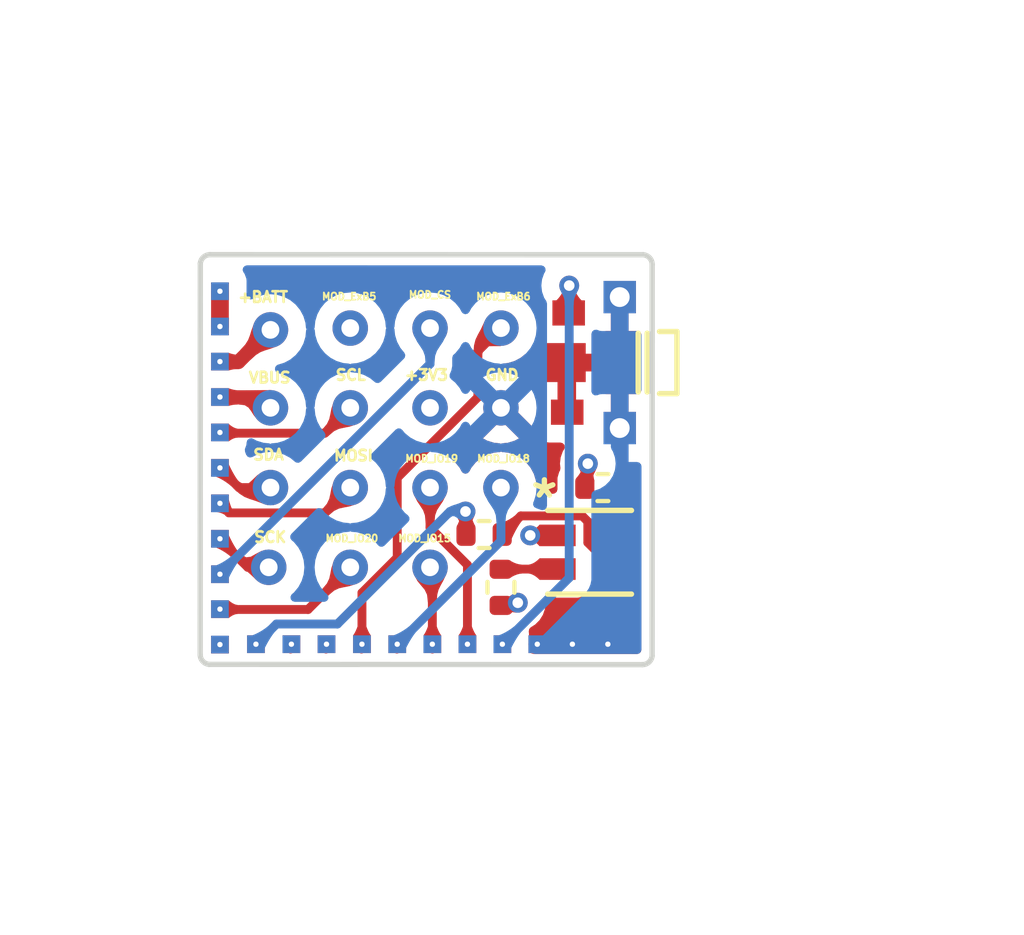
<source format=kicad_pcb>
(kicad_pcb (version 20240108) (generator "pcbnew") (generator_version "8.0")
  (layers (0 "F.Cu" signal) (1 "In1.Cu" signal) (2 "In2.Cu" signal) (31 "B.Cu" signal) (34 "B.Paste" user) (35 "F.Paste" user) (36 "B.SilkS" user "B.Silkscreen") (37 "F.SilkS" user "F.Silkscreen") (38 "B.Mask" user) (39 "F.Mask" user) (44 "Edge.Cuts" user))
  (net 0 "")
  (net 1 "GND")
  (net 2 "+BATT")
  (net 3 "+3V3")
  (net 4 "VBUS")
  (net 5 "SCL")
  (net 6 "SDA")
  (net 7 "MOD_CS")
  (net 8 "SCK")
  (net 9 "MOSI")
  (net 10 "MOD_IO19")
  (net 11 "MOD_IO18")
  (net 12 "MOD_IO15")
  (net 13 "MOD_IO20")
  (net 14 "MOD_ExB2")
  (net 15 "MOD_ExB3")
  (net 16 "MOD_ExB4")
  (net 17 "MOD_ExB5")
  (net 18 "MOD_ExB6")
  (net 19 "BTN_4")
  (net 20 "Net-(LED1-Pad3)")
  (net 21 "Net-(LED1-Pad2)")
  (net 22 "Net-(LED1-Pad4)")
  (footprint "Yatchy:TestPoint_THTPad_D1.0mm_Drill0.5mm" (layer "F.Cu") (at 146.5 94.41 90)
    (property "Reference" "TP6" (hide yes))
    (property "Value" "TestPoint")
    (pad "1" thru_hole circle (at 0 0 90) (size 1 1) (drill 0.5) (layers "*.Cu" "*.Mask") (net 6 "SDA"))
  )
  (footprint "Yatchy:R_0402_1005Metric" (layer "F.Cu") (at 152.525 95.735 180)
    (property "Reference" "R2" (hide yes))
    (property "Value" "330")
    (fp_line (start -0.153641 0.38) (end 0.153641 0.38) (stroke (width 0.12)) (layer "F.SilkS"))
    (fp_line (start -0.153641 -0.38) (end 0.153641 -0.38) (stroke (width 0.12)) (layer "F.SilkS"))
    (pad "1" smd roundrect (at -0.51 0 180) (size 0.54 0.64) (layers "F.Cu" "F.Paste" "F.Mask") (net 20 "Net-(LED1-Pad3)"))
    (pad "2" smd roundrect (at 0.51 0 180) (size 0.54 0.64) (layers "F.Cu" "F.Paste" "F.Mask") (net 15 "MOD_ExB3"))
  )
  (footprint "Yatchy:TestPoint_THTPad_D1.0mm_Drill0.5mm" (layer "F.Cu") (at 148.75 94.41 90)
    (property "Reference" "TP9" (hide yes))
    (property "Value" "TestPoint")
    (pad "1" thru_hole circle (at 0 0 90) (size 1 1) (drill 0.5) (layers "*.Cu" "*.Mask") (net 9 "MOSI"))
  )
  (footprint "Yatchy:TestPoint_THTPad_D1.0mm_Drill0.5mm" (layer "F.Cu") (at 151 94.41 90)
    (property "Reference" "TP11" (hide yes))
    (property "Value" "TestPoint")
    (pad "1" thru_hole circle (at 0 0 90) (size 1 1) (drill 0.5) (layers "*.Cu" "*.Mask") (net 10 "MOD_IO19"))
  )
  (footprint "Yatchy:mod_Connector" (layer "F.Cu") (at 154.015 98.829999 90)
    (property "Reference" "J3" (hide yes))
    (property "Value" "MOD_CONN")
    (pad "1" thru_hole rect (at 0 0.01 90) (size 0.5 0.5) (drill 0.15) (layers "*.Cu" "*.Mask") (net 1 "GND"))
  )
  (footprint "Yatchy:TestPoint_THTPad_D1.0mm_Drill0.5mm" (layer "F.Cu") (at 146.45 96.66 90)
    (property "Reference" "TP8" (hide yes))
    (property "Value" "TestPoint")
    (pad "1" thru_hole circle (at 0 0 90) (size 1 1) (drill 0.5) (layers "*.Cu" "*.Mask") (net 8 "SCK"))
  )
  (footprint "Yatchy:mod_Connector" (layer "F.Cu") (at 155.025 98.829999 -90)
    (property "Reference" "J1" (hide yes))
    (property "Value" "MOD_CONN")
    (pad "1" thru_hole rect (at 0 0.01 270) (size 0.5 0.5) (drill 0.15) (layers "*.Cu" "*.Mask") (net 1 "GND"))
  )
  (footprint "Yatchy:mod_Connector" (layer "F.Cu") (at 145.075 89.854999)
    (property "Reference" "J5" (hide yes))
    (property "Value" "MOD_CONN")
    (pad "1" thru_hole rect (at 0 0.01) (size 0.5 0.5) (drill 0.15) (layers "*.Cu" "*.Mask") (net 3 "+3V3"))
  )
  (footprint "Yatchy:mod_Connector" (layer "F.Cu") (at 148.09 98.829999 -90)
    (property "Reference" "J20" (hide yes))
    (property "Value" "MOD_CONN")
    (pad "1" thru_hole rect (at 0 0.01 270) (size 0.5 0.5) (drill 0.15) (layers "*.Cu" "*.Mask") (net 17 "MOD_ExB5"))
  )
  (footprint "Yatchy:mod_Connector" (layer "F.Cu") (at 145.075 94.844999)
    (property "Reference" "J12" (hide yes))
    (property "Value" "MOD_CONN")
    (pad "1" thru_hole rect (at 0 0.01) (size 0.5 0.5) (drill 0.15) (layers "*.Cu" "*.Mask") (net 9 "MOSI"))
  )
  (footprint "Yatchy:mod_Connector" (layer "F.Cu") (at 145.075 91.844999)
    (property "Reference" "J7" (hide yes))
    (property "Value" "MOD_CONN")
    (pad "1" thru_hole rect (at 0 0.01) (size 0.5 0.5) (drill 0.15) (layers "*.Cu" "*.Mask") (net 4 "VBUS"))
  )
  (footprint "Yatchy:TestPoint_THTPad_D1.0mm_Drill0.5mm" (layer "F.Cu") (at 148.75 89.91 90)
    (property "Reference" "TP14" (hide yes))
    (property "Value" "TestPoint")
    (pad "1" thru_hole circle (at 0 0 90) (size 1 1) (drill 0.5) (layers "*.Cu" "*.Mask") (net 17 "MOD_ExB5"))
  )
  (footprint "Yatchy:mod_Connector" (layer "F.Cu") (at 145.075 93.844999)
    (property "Reference" "J9" (hide yes))
    (property "Value" "MOD_CONN")
    (pad "1" thru_hole rect (at 0 0.01) (size 0.5 0.5) (drill 0.15) (layers "*.Cu" "*.Mask") (net 6 "SDA"))
  )
  (footprint "Yatchy:R_0402_1005Metric" (layer "F.Cu") (at 153 97.225 -90)
    (property "Reference" "R1" (hide yes))
    (property "Value" "330")
    (fp_line (start -0.153641 0.38) (end 0.153641 0.38) (stroke (width 0.12)) (layer "F.SilkS"))
    (fp_line (start -0.153641 -0.38) (end 0.153641 -0.38) (stroke (width 0.12)) (layer "F.SilkS"))
    (pad "1" smd roundrect (at -0.51 0 270) (size 0.54 0.64) (layers "F.Cu" "F.Paste" "F.Mask") (net 22 "Net-(LED1-Pad4)"))
    (pad "2" smd roundrect (at 0.51 0 270) (size 0.54 0.64) (layers "F.Cu" "F.Paste" "F.Mask") (net 16 "MOD_ExB4"))
  )
  (footprint "Yatchy:mod_Connector" (layer "F.Cu") (at 149.09 98.829999 -90)
    (property "Reference" "J21" (hide yes))
    (property "Value" "MOD_CONN")
    (pad "1" thru_hole rect (at 0 0.01 270) (size 0.5 0.5) (drill 0.15) (layers "*.Cu" "*.Mask") (net 18 "MOD_ExB6"))
  )
  (footprint "Yatchy:CLMVC-FKA-CL1D1L71BB7C3C3_CRE" (layer "F.Cu") (at 155.5 96.235)
    (property "Reference" "LED1" (hide yes))
    (property "Value" "CLMVC-FKA-CL1D1L71BB7C3C3")
    (fp_line (start -1.1811 1.1811) (end 1.1811 1.1811) (stroke (width 0.1524)) (layer "F.SilkS"))
    (fp_line (start 1.1811 -1.1811) (end -1.1811 -1.1811) (stroke (width 0.1524)) (layer "F.SilkS"))
    (fp_text user "*" (at -1.275 -1.5 0) (layer "F.SilkS"))
    (pad "1" smd rect (at -0.9017 -0.475) (size 1.016 0.6096) (layers "F.Cu" "F.Paste" "F.Mask") (net 3 "+3V3"))
    (pad "2" smd rect (at 0.9017 -0.475) (size 1.016 0.6096) (layers "F.Cu" "F.Paste" "F.Mask") (net 21 "Net-(LED1-Pad2)"))
    (pad "3" smd rect (at 0.9017 0.475) (size 1.016 0.6096) (layers "F.Cu" "F.Paste" "F.Mask") (net 20 "Net-(LED1-Pad3)"))
    (pad "4" smd rect (at -0.9017 0.475) (size 1.016 0.6096) (layers "F.Cu" "F.Paste" "F.Mask") (net 22 "Net-(LED1-Pad4)"))
  )
  (footprint "Yatchy:R_0402_1005Metric" (layer "F.Cu") (at 155.875 94.41 180)
    (property "Reference" "R3" (hide yes))
    (property "Value" "330")
    (fp_line (start -0.153641 0.38) (end 0.153641 0.38) (stroke (width 0.12)) (layer "F.SilkS"))
    (fp_line (start -0.153641 -0.38) (end 0.153641 -0.38) (stroke (width 0.12)) (layer "F.SilkS"))
    (pad "1" smd roundrect (at -0.51 0 180) (size 0.54 0.64) (layers "F.Cu" "F.Paste" "F.Mask") (net 21 "Net-(LED1-Pad2)"))
    (pad "2" smd roundrect (at 0.51 0 180) (size 0.54 0.64) (layers "F.Cu" "F.Paste" "F.Mask") (net 14 "MOD_ExB2"))
  )
  (footprint "Yatchy:mod_Connector" (layer "F.Cu") (at 145.075 98.829999)
    (property "Reference" "J17" (hide yes))
    (property "Value" "MOD_CONN")
    (pad "1" thru_hole rect (at 0 0.01) (size 0.5 0.5) (drill 0.15) (layers "*.Cu" "*.Mask") (net 14 "MOD_ExB2"))
  )
  (footprint "Yatchy:mod_Connector" (layer "F.Cu") (at 153.03 98.829999 90)
    (property "Reference" "J22" (hide yes))
    (property "Value" "MOD_CONN")
    (pad "1" thru_hole rect (at 0 0.01 90) (size 0.5 0.5) (drill 0.15) (layers "*.Cu" "*.Mask") (net 19 "BTN_4"))
  )
  (footprint "Yatchy:TestPoint_THTPad_D1.0mm_Drill0.5mm" (layer "F.Cu") (at 153 92.16)
    (property "Reference" "TP1" (hide yes))
    (property "Value" "TestPoint")
    (pad "1" thru_hole circle (at 0 0) (size 1 1) (drill 0.5) (layers "*.Cu" "*.Mask") (net 1 "GND"))
  )
  (footprint "Yatchy:TestPoint_THTPad_D1.0mm_Drill0.5mm" (layer "F.Cu") (at 148.75 92.16 90)
    (property "Reference" "TP5" (hide yes))
    (property "Value" "TestPoint")
    (pad "1" thru_hole circle (at 0 0 90) (size 1 1) (drill 0.5) (layers "*.Cu" "*.Mask") (net 5 "SCL"))
  )
  (footprint "Yatchy:mod_Connector" (layer "F.Cu") (at 147.1 98.829999 -90)
    (property "Reference" "J19" (hide yes))
    (property "Value" "MOD_CONN")
    (pad "1" thru_hole rect (at 0 0.01 270) (size 0.5 0.5) (drill 0.15) (layers "*.Cu" "*.Mask") (net 16 "MOD_ExB4"))
  )
  (footprint "Yatchy:TestPoint_THTPad_D1.0mm_Drill0.5mm" (layer "F.Cu") (at 151 89.91 90)
    (property "Reference" "TP7" (hide yes))
    (property "Value" "TestPoint")
    (pad "1" thru_hole circle (at 0 0 90) (size 1 1) (drill 0.5) (layers "*.Cu" "*.Mask") (net 7 "MOD_CS"))
  )
  (footprint "Yatchy:TestPoint_THTPad_D1.0mm_Drill0.5mm" (layer "F.Cu") (at 153 89.91 90)
    (property "Reference" "TP15" (hide yes))
    (property "Value" "TestPoint")
    (pad "1" thru_hole circle (at 0 0 90) (size 1 1) (drill 0.5) (layers "*.Cu" "*.Mask") (net 18 "MOD_ExB6"))
  )
  (footprint "Yatchy:mod_Connector" (layer "F.Cu") (at 145.075 88.879999 180)
    (property "Reference" "J6" (hide yes))
    (property "Value" "MOD_CONN")
    (pad "1" thru_hole rect (at 0 0.01 180) (size 0.5 0.5) (drill 0.15) (layers "*.Cu" "*.Mask") (net 3 "+3V3"))
  )
  (footprint "Yatchy:mod_Connector" (layer "F.Cu") (at 145.075 95.844999)
    (property "Reference" "J11" (hide yes))
    (property "Value" "MOD_CONN")
    (pad "1" thru_hole rect (at 0 0.01) (size 0.5 0.5) (drill 0.15) (layers "*.Cu" "*.Mask") (net 8 "SCK"))
  )
  (footprint "Yatchy:mod_Connector" (layer "F.Cu") (at 156.025 98.829999 -90)
    (property "Reference" "J2" (hide yes))
    (property "Value" "MOD_CONN")
    (pad "1" thru_hole rect (at 0 0.01 270) (size 0.5 0.5) (drill 0.15) (layers "*.Cu" "*.Mask") (net 1 "GND"))
  )
  (footprint "Yatchy:TestPoint_THTPad_D1.0mm_Drill0.5mm" (layer "F.Cu") (at 146.5 92.16 90)
    (property "Reference" "TP4" (hide yes))
    (property "Value" "TestPoint")
    (pad "1" thru_hole circle (at 0 0 90) (size 1 1) (drill 0.5) (layers "*.Cu" "*.Mask") (net 4 "VBUS"))
  )
  (footprint "Yatchy:mod_Connector" (layer "F.Cu") (at 146.08 98.829999 90)
    (property "Reference" "J18" (hide yes))
    (property "Value" "MOD_CONN")
    (pad "1" thru_hole rect (at 0 0.01 90) (size 0.5 0.5) (drill 0.15) (layers "*.Cu" "*.Mask") (net 15 "MOD_ExB3"))
  )
  (footprint "Yatchy:mod_Connector" (layer "F.Cu") (at 145.075 92.844999)
    (property "Reference" "J8" (hide yes))
    (property "Value" "MOD_CONN")
    (pad "1" thru_hole rect (at 0 0.01) (size 0.5 0.5) (drill 0.15) (layers "*.Cu" "*.Mask") (net 5 "SCL"))
  )
  (footprint "Yatchy:TestPoint_THTPad_D1.0mm_Drill0.5mm" (layer "F.Cu") (at 146.5 89.96)
    (property "Reference" "TP2" (hide yes))
    (property "Value" "TestPoint")
    (pad "1" thru_hole circle (at 0 0) (size 1 1) (drill 0.5) (layers "*.Cu" "*.Mask") (net 2 "+BATT"))
  )
  (footprint "Yatchy:TestPoint_THTPad_D1.0mm_Drill0.5mm" (layer "F.Cu") (at 151 96.66 90)
    (property "Reference" "TP13" (hide yes))
    (property "Value" "TestPoint")
    (pad "1" thru_hole circle (at 0 0 90) (size 1 1) (drill 0.5) (layers "*.Cu" "*.Mask") (net 12 "MOD_IO15"))
  )
  (footprint "Yatchy:TestPoint_THTPad_D1.0mm_Drill0.5mm" (layer "F.Cu") (at 151 92.16)
    (property "Reference" "TP3" (hide yes))
    (property "Value" "TestPoint")
    (pad "1" thru_hole circle (at 0 0) (size 1 1) (drill 0.5) (layers "*.Cu" "*.Mask") (net 3 "+3V3"))
  )
  (footprint "Yatchy:mod_Connector" (layer "F.Cu") (at 145.075 97.829999)
    (property "Reference" "J13" (hide yes))
    (property "Value" "MOD_CONN")
    (pad "1" thru_hole rect (at 0 0.01) (size 0.5 0.5) (drill 0.15) (layers "*.Cu" "*.Mask") (net 13 "MOD_IO20"))
  )
  (footprint "Yatchy:mod_Connector" (layer "F.Cu") (at 150.065 98.829999 90)
    (property "Reference" "J15" (hide yes))
    (property "Value" "MOD_CONN")
    (pad "1" thru_hole rect (at 0 0.01 90) (size 0.5 0.5) (drill 0.15) (layers "*.Cu" "*.Mask") (net 11 "MOD_IO18"))
  )
  (footprint "Yatchy:mod_Connector" (layer "F.Cu") (at 145.075 90.844999)
    (property "Reference" "J4" (hide yes))
    (property "Value" "MOD_CONN")
    (pad "1" thru_hole rect (at 0 0.01) (size 0.5 0.5) (drill 0.15) (layers "*.Cu" "*.Mask") (net 2 "+BATT"))
  )
  (footprint "Yatchy:TestPoint_THTPad_D1.0mm_Drill0.5mm" (layer "F.Cu") (at 148.75 96.66 90)
    (property "Reference" "TP10" (hide yes))
    (property "Value" "TestPoint")
    (pad "1" thru_hole circle (at 0 0 90) (size 1 1) (drill 0.5) (layers "*.Cu" "*.Mask") (net 13 "MOD_IO20"))
  )
  (footprint "Yatchy:SW_EVP-AKE31A_PAN" (layer "F.Cu") (at 155.969 90.88285 -90)
    (property "Reference" "SW2" (hide yes))
    (property "Value" "EVP-AKE31A")
    (fp_line (start -0.82931 -0.9017) (end 0.82931 -0.9017) (stroke (width 0.1524)) (layer "F.SilkS"))
    (fp_line (start 0.82931 -1.1557) (end -0.82931 -1.1557) (stroke (width 0.1524)) (layer "F.SilkS"))
    (fp_line (start 0.8763 -1.503978) (end 0.8763 -1.9939) (stroke (width 0.1524)) (layer "F.SilkS"))
    (fp_line (start -0.8763 -1.9939) (end -0.8763 -1.503978) (stroke (width 0.1524)) (layer "F.SilkS"))
    (fp_line (start 0.8763 -1.9939) (end -0.8763 -1.9939) (stroke (width 0.1524)) (layer "F.SilkS"))
    (pad "1" smd rect (at -1.400175 1.058825 270) (size 0.7112 0.91765) (layers "F.Cu" "F.Paste" "F.Mask") (net 19 "BTN_4"))
    (pad "2" smd rect (at 1.400175 1.1 270) (size 0.7112 0.91765) (layers "F.Cu" "F.Paste" "F.Mask") (net 1 "GND"))
    (pad "3" thru_hole rect (at -1.84785 -0.381 270) (size 0.9144 0.9144) (drill 0.5588) (layers "*.Cu" "*.Mask") (net 1 "GND"))
    (pad "4" thru_hole rect (at 1.84785 -0.381 270) (size 0.9144 0.9144) (drill 0.5588) (layers "*.Cu" "*.Mask") (net 1 "GND"))
    (pad "5" smd rect (at 0 1.12395 270) (size 1.1 1.0922) (layers "F.Cu" "F.Paste" "F.Mask") (net 1 "GND"))
  )
  (footprint "Yatchy:mod_Connector" (layer "F.Cu") (at 152.065 98.829999 -90)
    (property "Reference" "J14" (hide yes))
    (property "Value" "MOD_CONN")
    (pad "1" thru_hole rect (at 0 0.01 270) (size 0.5 0.5) (drill 0.15) (layers "*.Cu" "*.Mask") (net 10 "MOD_IO19"))
  )
  (footprint "Yatchy:mod_Connector" (layer "F.Cu") (at 151.055 98.829999 90)
    (property "Reference" "J16" (hide yes))
    (property "Value" "MOD_CONN")
    (pad "1" thru_hole rect (at 0 0.01 90) (size 0.5 0.5) (drill 0.15) (layers "*.Cu" "*.Mask") (net 12 "MOD_IO15"))
  )
  (footprint "Yatchy:mod_Connector" (layer "F.Cu") (at 145.075 96.844999)
    (property "Reference" "J10" (hide yes))
    (property "Value" "MOD_CONN")
    (pad "1" thru_hole rect (at 0 0.01) (size 0.5 0.5) (drill 0.15) (layers "*.Cu" "*.Mask") (net 7 "MOD_CS"))
  )
  (footprint "Yatchy:TestPoint_THTPad_D1.0mm_Drill0.5mm" (layer "F.Cu") (at 153 94.41 90)
    (property "Reference" "TP12" (hide yes))
    (property "Value" "TestPoint")
    (pad "1" thru_hole circle (at 0 0 90) (size 1 1) (drill 0.5) (layers "*.Cu" "*.Mask") (net 11 "MOD_IO18"))
  )
  (gr_arc (start 157.263879 99.156285) (mid 157.174982 99.33498) (end 156.988879 99.407093) (stroke (width 0.15)) (layer "Edge.Cuts"))
  (gr_arc (start 144.768704 99.39888) (mid 144.59 99.31) (end 144.517896 99.12388) (stroke (width 0.15)) (layer "Edge.Cuts"))
  (gr_line (start 144.521121 88.088714) (end 144.517896 99.12388) (stroke (width 0.15)) (layer "Edge.Cuts"))
  (gr_arc (start 144.521121 88.088714) (mid 144.61 87.91) (end 144.796121 87.837906) (stroke (width 0.15)) (layer "Edge.Cuts"))
  (gr_line (start 144.768704 99.39888) (end 156.988879 99.407093) (stroke (width 0.15)) (layer "Edge.Cuts"))
  (gr_line (start 157.014192 87.839999) (end 144.796121 87.837906) (stroke (width 0.15)) (layer "Edge.Cuts"))
  (gr_line (start 157.263879 99.156285) (end 157.265 88.114999) (stroke (width 0.15)) (layer "Edge.Cuts"))
  (gr_arc (start 157.014192 87.839999) (mid 157.192889 87.928894) (end 157.265 88.114999) (stroke (width 0.15)) (layer "Edge.Cuts"))
  (gr_text "MOSI" (at 148.25 93.685 0) (layer "F.SilkS") (effects (font (size 0.3 0.3) (thickness 0.075) (bold yes)) (justify left bottom)))
  (gr_text "GND" (at 152.525 91.41 0) (layer "F.SilkS") (effects (font (size 0.3 0.3) (thickness 0.075) (bold yes)) (justify left bottom)))
  (gr_text "SCK" (at 146 95.985 0) (layer "F.SilkS") (effects (font (size 0.3 0.3) (thickness 0.075) (bold yes)) (justify left bottom)))
  (gr_text "+BATT" (at 145.55 89.21 0) (layer "F.SilkS") (effects (font (size 0.3 0.3) (thickness 0.075) (bold yes)) (justify left bottom)))
  (gr_text "MOD_ExB6" (at 152.275 89.135 0) (layer "F.SilkS") (effects (font (size 0.2 0.2) (thickness 0.05) (bold yes)) (justify left bottom)))
  (gr_text "MOD_IO19" (at 150.275 93.71 0) (layer "F.SilkS") (effects (font (size 0.2 0.2) (thickness 0.05) (bold yes)) (justify left bottom)))
  (gr_text "SCL" (at 148.3 91.41 0) (layer "F.SilkS") (effects (font (size 0.3 0.3) (thickness 0.075) (bold yes)) (justify left bottom)))
  (gr_text "VBUS\n" (at 145.85 91.485 0) (layer "F.SilkS") (effects (font (size 0.3 0.3) (thickness 0.075) (bold yes)) (justify left bottom)))
  (gr_text "MOD_IO18" (at 152.3 93.71 0) (layer "F.SilkS") (effects (font (size 0.2 0.2) (thickness 0.05) (bold yes)) (justify left bottom)))
  (gr_text "MOD_IO15" (at 150.075 95.96 0) (layer "F.SilkS") (effects (font (size 0.2 0.2) (thickness 0.05) (bold yes)) (justify left bottom)))
  (gr_text "+3V3\n" (at 150.25 91.41 0) (layer "F.SilkS") (effects (font (size 0.3 0.3) (thickness 0.075) (bold yes)) (justify left bottom)))
  (gr_text "MOD_ExB5" (at 147.925 89.135 0) (layer "F.SilkS") (effects (font (size 0.2 0.2) (thickness 0.05) (bold yes)) (justify left bottom)))
  (gr_text "MOD_CS" (at 150.375 89.085 0) (layer "F.SilkS") (effects (font (size 0.2 0.2) (thickness 0.05) (bold yes)) (justify left bottom)))
  (gr_text "MOD_IO20" (at 148.025 95.96 0) (layer "F.SilkS") (effects (font (size 0.2 0.2) (thickness 0.05) (bold yes)) (justify left bottom)))
  (gr_text "SDA" (at 145.975 93.66 0) (layer "F.SilkS") (effects (font (size 0.3 0.3) (thickness 0.075) (bold yes)) (justify left bottom)))
  (segment (start 155.015 98.829999) (end 156.015 98.829999) (width 0.5) (layer "F.Cu") (net 1))
  (segment (start 156.16 98.754164) (end 156.076191 98.837973) (width 0.25) (layer "F.Cu") (net 1))
  (segment (start 154.1 98.814164) (end 154.076191 98.837973) (width 0.25) (layer "F.Cu") (net 1))
  (segment (start 154.066191 98.967973) (end 154.076191 98.957973) (width 0.25) (layer "F.Cu") (net 1))
  (segment (start 154.025 98.829999) (end 155.015 98.829999) (width 0.5) (layer "F.Cu") (net 1))
  (segment (start 145.065 90.864999) (end 145.595001 90.864999) (width 0.4) (layer "F.Cu") (net 2))
  (segment (start 145.595001 90.864999) (end 146.5 89.96) (width 0.4) (layer "F.Cu") (net 2))
  (segment (start 145.075 89.864999) (end 145.075 88.869999) (width 0.5) (layer "F.Cu") (net 3))
  (segment (start 154.5983 95.76) (end 153.825 95.76) (width 0.25) (layer "F.Cu") (net 3))
  (via (at 153.825 95.76) (size 0.56) (drill 0.3) (layers "F.Cu" "B.Cu") (net 3))
  (segment (start 146.204999 91.864999) (end 146.5 92.16) (width 0.4) (layer "F.Cu") (net 4))
  (segment (start 145.065 91.864999) (end 146.204999 91.864999) (width 0.4) (layer "F.Cu") (net 4))
  (segment (start 148.75 92.16) (end 148.035 92.875) (width 0.25) (layer "F.Cu") (net 5))
  (segment (start 145.085001 92.865) (end 145.075 92.854999) (width 0.25) (layer "F.Cu") (net 5))
  (segment (start 148.035 92.875) (end 145.075001 92.875) (width 0.25) (layer "F.Cu") (net 5))
  (segment (start 146.5 94.41) (end 145.610001 94.41) (width 0.25) (layer "F.Cu") (net 6))
  (segment (start 145.610001 94.41) (end 145.065 93.864999) (width 0.25) (layer "F.Cu") (net 6))
  (segment (start 145.075 96.846163) (end 145.075 96.854999) (width 0.25) (layer "B.Cu") (net 7))
  (segment (start 151 89.91) (end 151 90.921163) (width 0.25) (layer "B.Cu") (net 7))
  (segment (start 151 90.921163) (end 145.065 96.856163) (width 0.25) (layer "B.Cu") (net 7))
  (segment (start 146.45 96.66) (end 145.860001 96.66) (width 0.25) (layer "F.Cu") (net 8))
  (segment (start 145.860001 96.66) (end 145.065 95.864999) (width 0.25) (layer "F.Cu") (net 8))
  (segment (start 145.335001 95.115) (end 145.075 94.854999) (width 0.25) (layer "F.Cu") (net 9))
  (segment (start 148.75 94.41) (end 148.035 95.125) (width 0.25) (layer "F.Cu") (net 9))
  (segment (start 148.035 95.125) (end 145.325001 95.125) (width 0.25) (layer "F.Cu") (net 9))
  (segment (start 152.055 98.839999) (end 152.055 96.593716) (width 0.25) (layer "F.Cu") (net 10))
  (segment (start 151 95.538716) (end 151 94.41) (width 0.25) (layer "F.Cu") (net 10))
  (segment (start 152.055 96.593716) (end 151 95.538716) (width 0.25) (layer "F.Cu") (net 10))
  (segment (start 150.066191 98.967973) (end 150.076191 98.957973) (width 0.25) (layer "F.Cu") (net 11))
  (segment (start 150.075 98.839999) (end 153 95.914999) (width 0.25) (layer "B.Cu") (net 11))
  (segment (start 153 95.914999) (end 153 94.41) (width 0.25) (layer "B.Cu") (net 11))
  (segment (start 151.065 96.725) (end 151 96.66) (width 0.25) (layer "F.Cu") (net 12))
  (segment (start 151.065 98.839999) (end 151.065 96.725) (width 0.25) (layer "F.Cu") (net 12))
  (segment (start 151.066191 98.967973) (end 151.076191 98.957973) (width 0.25) (layer "F.Cu") (net 12))
  (segment (start 148.75 96.66) (end 147.560001 97.849999) (width 0.25) (layer "F.Cu") (net 13))
  (segment (start 144.956191 97.742973) (end 144.956191 97.842973) (width 0.25) (layer "F.Cu") (net 13))
  (segment (start 147.560001 97.849999) (end 145.065 97.849999) (width 0.25) (layer "F.Cu") (net 13))
  (segment (start 155.45 94.325) (end 155.365 94.41) (width 0.25) (layer "F.Cu") (net 14))
  (segment (start 155.45 93.735) (end 155.45 94.325) (width 0.25) (layer "F.Cu") (net 14))
  (via (at 155.45 93.735) (size 0.56) (drill 0.3) (layers "F.Cu" "B.Cu") (net 14))
  (segment (start 152.015 95.735) (end 152.015 95.1) (width 0.25) (layer "F.Cu") (net 15))
  (segment (start 152.015 95.1) (end 152 95.085) (width 0.25) (layer "F.Cu") (net 15))
  (via (at 152 95.085) (size 0.56) (drill 0.3) (layers "F.Cu" "B.Cu") (net 15))
  (segment (start 152 95.085) (end 151.563837 95.085) (width 0.25) (layer "B.Cu") (net 15))
  (segment (start 146.669999 98.26) (end 146.09 98.839999) (width 0.25) (layer "B.Cu") (net 15))
  (segment (start 148.388837 98.26) (end 146.669999 98.26) (width 0.25) (layer "B.Cu") (net 15))
  (segment (start 151.563837 95.085) (end 148.388837 98.26) (width 0.25) (layer "B.Cu") (net 15))
  (segment (start 153 97.735) (end 153.4 97.735) (width 0.25) (layer "F.Cu") (net 16))
  (segment (start 153.4 97.735) (end 153.475 97.66) (width 0.25) (layer "F.Cu") (net 16))
  (segment (start 147.066191 98.967973) (end 147.076191 98.957973) (width 0.25) (layer "F.Cu") (net 16))
  (via (at 153.475 97.66) (size 0.56) (drill 0.3) (layers "F.Cu" "B.Cu") (net 16))
  (segment (start 148.066191 98.967973) (end 148.076191 98.957973) (width 0.25) (layer "F.Cu") (net 17))
  (segment (start 149.066191 98.967973) (end 149.076191 98.957973) (width 0.25) (layer "F.Cu") (net 18))
  (segment (start 150.075 94.135) (end 152.35 91.86) (width 0.25) (layer "F.Cu") (net 18))
  (segment (start 152.35 91.86) (end 152.35 90.56) (width 0.25) (layer "F.Cu") (net 18))
  (segment (start 152.35 90.56) (end 153 89.91) (width 0.25) (layer "F.Cu") (net 18))
  (segment (start 149.08 98.839999) (end 149.08 97.38) (width 0.25) (layer "F.Cu") (net 18))
  (segment (start 149.08 97.38) (end 150.075 96.385) (width 0.25) (layer "F.Cu") (net 18))
  (segment (start 150.075 96.385) (end 150.075 94.135) (width 0.25) (layer "F.Cu") (net 18))
  (segment (start 154.925 88.71) (end 154.925 89.46785) (width 0.25) (layer "F.Cu") (net 19))
  (segment (start 154.925 89.46785) (end 154.910175 89.482675) (width 0.25) (layer "F.Cu") (net 19))
  (via (at 154.925 88.71) (size 0.56) (drill 0.3) (layers "F.Cu" "B.Cu") (net 19))
  (segment (start 154.925 96.954999) (end 154.925 88.71) (width 0.25) (layer "B.Cu") (net 19))
  (segment (start 153.04 98.839999) (end 154.925 96.954999) (width 0.25) (layer "B.Cu") (net 19))
  (segment (start 155.2911 95.21) (end 153.56 95.21) (width 0.25) (layer "F.Cu") (net 20))
  (segment (start 153.56 95.21) (end 153.035 95.735) (width 0.25) (layer "F.Cu") (net 20))
  (segment (start 156.1985 96.71) (end 155.45 95.9615) (width 0.25) (layer "F.Cu") (net 20))
  (segment (start 156.4017 96.71) (end 156.1985 96.71) (width 0.25) (layer "F.Cu") (net 20))
  (segment (start 155.45 95.9615) (end 155.45 95.3689) (width 0.25) (layer "F.Cu") (net 20))
  (segment (start 155.45 95.3689) (end 155.2911 95.21) (width 0.25) (layer "F.Cu") (net 20))
  (segment (start 156.4017 94.4267) (end 156.385 94.41) (width 0.25) (layer "F.Cu") (net 21))
  (segment (start 156.4017 95.76) (end 156.4017 94.4267) (width 0.25) (layer "F.Cu") (net 21))
  (segment (start 154.5983 96.71) (end 153.005 96.71) (width 0.25) (layer "F.Cu") (net 22))
  (segment (start 153.005 96.71) (end 153 96.715) (width 0.25) (layer "F.Cu") (net 22))
  (zone (net 1) (net_name "GND") (layers "F.Cu" "In2.Cu" "B.Cu") (connect_pads (clearance 0.5)) (min_thickness 0.25) (fill yes (thermal_gap 0.5) (thermal_bridge_width 0.5))
    (polygon (pts (xy 144.38 87.66) (xy 157.61 87.66) (xy 157.61 99.47) (xy 157.58 99.5) (xy 144.41 99.5) (xy 144.38 99.47)))
  )
)
</source>
